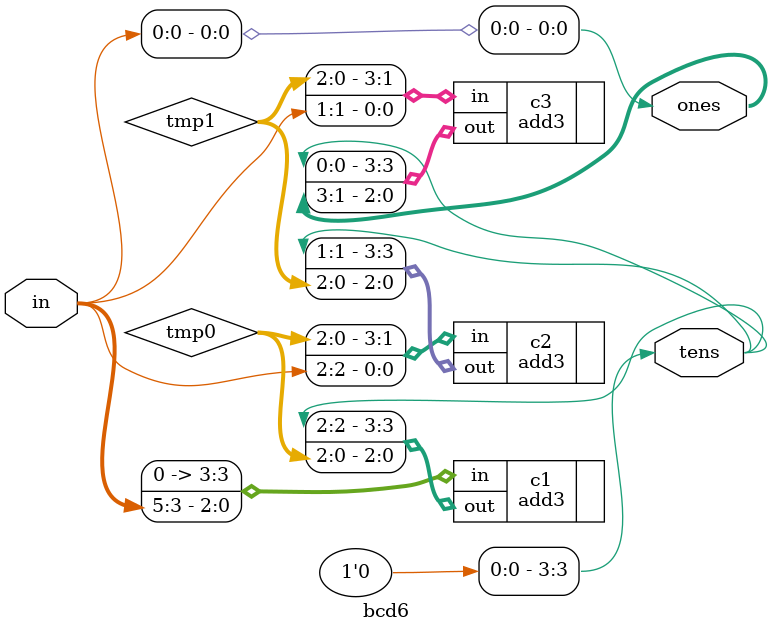
<source format=sv>
`timescale 1ns / 1ps


module bcd6(
    input [5:0] in,
    output [3:0] tens,ones
    );
    wire [2:0] tmp0;
    
    assign tens[3] = 1'b0;
    add3 c1(
        .in({1'b0 , in[5:3]}),
        .out({tens[2] , tmp0[2:0]})
    );
    
    wire [2:0] tmp1;
    add3 c2(
        .in({tmp0[2:0] , in[2]}),
        .out({tens[1] , tmp1[2:0]})
    );
    
    add3 c3(
        .in({tmp1[2:0] , in[1]}),
        .out({tens[0],ones[3:1]})
    );
    assign ones[0] = in[0];
    
endmodule

</source>
